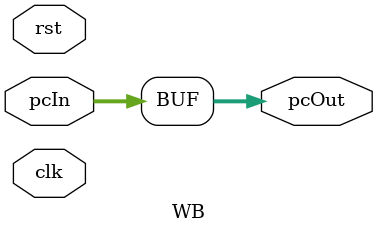
<source format=v>
module WB(input clk, rst, input [31:0] pcIn, output [31:0] pcOut);

	assign pcOut = pcIn;

endmodule
</source>
